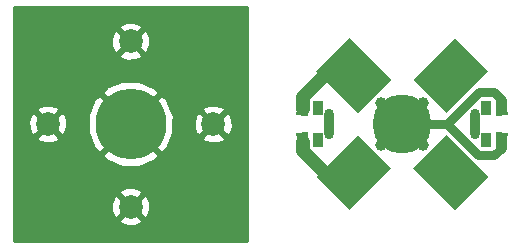
<source format=gbr>
G04 #@! TF.FileFunction,Copper,L2,Bot,Signal*
%FSLAX46Y46*%
G04 Gerber Fmt 4.6, Leading zero omitted, Abs format (unit mm)*
G04 Created by KiCad (PCBNEW 4.0.5+dfsg1-4) date Mon Mar 11 19:24:06 2019*
%MOMM*%
%LPD*%
G01*
G04 APERTURE LIST*
%ADD10C,0.100000*%
%ADD11C,1.000000*%
%ADD12C,5.000000*%
%ADD13O,0.800000X2.600000*%
%ADD14C,0.900000*%
%ADD15C,2.000000*%
%ADD16R,0.900000X1.300000*%
%ADD17C,6.000000*%
%ADD18C,3.000000*%
%ADD19C,0.600000*%
%ADD20C,1.200000*%
%ADD21C,0.800000*%
%ADD22C,0.254000*%
G04 APERTURE END LIST*
D10*
D11*
X55370711Y-21649390D03*
X57350610Y-23629289D03*
X54858058Y-26157196D03*
D10*
G36*
X51923565Y-24248007D02*
X55459099Y-20712473D01*
X58287527Y-23540901D01*
X54751993Y-27076435D01*
X51923565Y-24248007D01*
X51923565Y-24248007D01*
G37*
D11*
X52842804Y-24141942D03*
X52800000Y-29800000D03*
X49200000Y-29800000D03*
X49200000Y-26200000D03*
D12*
X51000000Y-28000000D03*
D11*
X52800000Y-26200000D03*
D13*
X57200000Y-28000000D03*
X44800000Y-28000000D03*
D10*
G36*
X59994467Y-27221228D02*
X58949301Y-27321866D01*
X58954842Y-25814395D01*
X59701389Y-25742511D01*
X59994467Y-27221228D01*
X59994467Y-27221228D01*
G37*
D14*
X59400000Y-26525000D03*
D15*
X21000000Y-28000000D03*
X28000000Y-21000000D03*
X28000000Y-35000000D03*
X35000000Y-28000000D03*
D10*
G36*
X58949301Y-28653134D02*
X59994467Y-28753772D01*
X59701389Y-30232489D01*
X58954842Y-30160605D01*
X58949301Y-28653134D01*
X58949301Y-28653134D01*
G37*
D14*
X59400000Y-29450000D03*
D10*
G36*
X42005533Y-28778772D02*
X43050699Y-28678134D01*
X43045158Y-30185605D01*
X42298611Y-30257489D01*
X42005533Y-28778772D01*
X42005533Y-28778772D01*
G37*
D14*
X42600000Y-29475000D03*
D10*
G36*
X43050699Y-27321866D02*
X42005533Y-27221228D01*
X42298611Y-25742511D01*
X43045158Y-25814395D01*
X43050699Y-27321866D01*
X43050699Y-27321866D01*
G37*
D14*
X42600000Y-26525000D03*
D16*
X58100000Y-26650000D03*
D14*
X58100000Y-26650000D03*
D16*
X58100000Y-29350000D03*
D14*
X58100000Y-29350000D03*
D16*
X43900000Y-26650000D03*
D14*
X43900000Y-26650000D03*
D16*
X43900000Y-29350000D03*
D14*
X43900000Y-29350000D03*
D11*
X44649390Y-23629289D03*
X46629289Y-21649390D03*
X49157196Y-24141942D03*
D10*
G36*
X47248007Y-27076435D02*
X43712473Y-23540901D01*
X46540901Y-20712473D01*
X50076435Y-24248007D01*
X47248007Y-27076435D01*
X47248007Y-27076435D01*
G37*
D11*
X47141942Y-26157196D03*
X57350610Y-32370711D03*
X55370711Y-34350610D03*
X52842804Y-31858058D03*
D10*
G36*
X54751993Y-28923565D02*
X58287527Y-32459099D01*
X55459099Y-35287527D01*
X51923565Y-31751993D01*
X54751993Y-28923565D01*
X54751993Y-28923565D01*
G37*
D11*
X54858058Y-29842804D03*
X46629289Y-34350610D03*
X44649390Y-32370711D03*
X47141942Y-29842804D03*
D10*
G36*
X50076435Y-31751993D02*
X46540901Y-35287527D01*
X43712473Y-32459099D01*
X47248007Y-28923565D01*
X50076435Y-31751993D01*
X50076435Y-31751993D01*
G37*
D11*
X49157196Y-31858058D03*
D17*
X28000000Y-28000000D03*
D18*
X28000000Y-28000000D03*
D19*
X34700000Y-34700000D03*
X21300000Y-21300000D03*
X28000000Y-37500000D03*
X21200000Y-34650000D03*
X34700000Y-21300000D03*
X18500000Y-28000000D03*
X37500000Y-28000000D03*
X28000000Y-18500000D03*
D20*
X44374390Y-23900610D02*
X42575000Y-25700000D01*
X42575000Y-25700000D02*
X42575000Y-26725000D01*
X44349390Y-32074390D02*
X42600000Y-30325000D01*
X42600000Y-30325000D02*
X42600000Y-29500000D01*
D21*
X52800000Y-29800000D02*
X51000000Y-28000000D01*
X49200000Y-29800000D02*
X51000000Y-28000000D01*
X49200000Y-26200000D02*
X51000000Y-28000000D01*
X52800000Y-26200000D02*
X51000000Y-28000000D01*
X51000000Y-28000000D02*
X54800000Y-28000000D01*
X54800000Y-28000000D02*
X57500000Y-25300000D01*
X58750000Y-25300000D02*
X59425000Y-25975000D01*
X57500000Y-25300000D02*
X58750000Y-25300000D01*
X59425000Y-25975000D02*
X59425000Y-26750000D01*
X54800000Y-28000000D02*
X57425000Y-30625000D01*
X58800000Y-30625000D02*
X59425000Y-30000000D01*
X57425000Y-30625000D02*
X58800000Y-30625000D01*
X59425000Y-30000000D02*
X59425000Y-29250000D01*
D22*
G36*
X37873000Y-37873000D02*
X18127000Y-37873000D01*
X18127000Y-36152532D01*
X27027073Y-36152532D01*
X27125736Y-36419387D01*
X27735461Y-36645908D01*
X28385460Y-36621856D01*
X28874264Y-36419387D01*
X28972927Y-36152532D01*
X28000000Y-35179605D01*
X27027073Y-36152532D01*
X18127000Y-36152532D01*
X18127000Y-34735461D01*
X26354092Y-34735461D01*
X26378144Y-35385460D01*
X26580613Y-35874264D01*
X26847468Y-35972927D01*
X27820395Y-35000000D01*
X28179605Y-35000000D01*
X29152532Y-35972927D01*
X29419387Y-35874264D01*
X29645908Y-35264539D01*
X29621856Y-34614540D01*
X29419387Y-34125736D01*
X29152532Y-34027073D01*
X28179605Y-35000000D01*
X27820395Y-35000000D01*
X26847468Y-34027073D01*
X26580613Y-34125736D01*
X26354092Y-34735461D01*
X18127000Y-34735461D01*
X18127000Y-33847468D01*
X27027073Y-33847468D01*
X28000000Y-34820395D01*
X28972927Y-33847468D01*
X28874264Y-33580613D01*
X28264539Y-33354092D01*
X27614540Y-33378144D01*
X27125736Y-33580613D01*
X27027073Y-33847468D01*
X18127000Y-33847468D01*
X18127000Y-29152532D01*
X20027073Y-29152532D01*
X20125736Y-29419387D01*
X20735461Y-29645908D01*
X21385460Y-29621856D01*
X21874264Y-29419387D01*
X21972927Y-29152532D01*
X21000000Y-28179605D01*
X20027073Y-29152532D01*
X18127000Y-29152532D01*
X18127000Y-27735461D01*
X19354092Y-27735461D01*
X19378144Y-28385460D01*
X19580613Y-28874264D01*
X19847468Y-28972927D01*
X20820395Y-28000000D01*
X21179605Y-28000000D01*
X22152532Y-28972927D01*
X22419387Y-28874264D01*
X22482317Y-28704875D01*
X24361432Y-28704875D01*
X24908146Y-30043639D01*
X24928723Y-30074434D01*
X25403370Y-30417025D01*
X26400603Y-29419792D01*
X26580051Y-29599554D01*
X25582975Y-30596630D01*
X25925566Y-31071277D01*
X27258800Y-31631342D01*
X28704875Y-31638568D01*
X30043639Y-31091854D01*
X30074434Y-31071277D01*
X30417025Y-30596630D01*
X29419792Y-29599397D01*
X29599554Y-29419949D01*
X30596630Y-30417025D01*
X31071277Y-30074434D01*
X31458549Y-29152532D01*
X34027073Y-29152532D01*
X34125736Y-29419387D01*
X34735461Y-29645908D01*
X35385460Y-29621856D01*
X35874264Y-29419387D01*
X35972927Y-29152532D01*
X35000000Y-28179605D01*
X34027073Y-29152532D01*
X31458549Y-29152532D01*
X31631342Y-28741200D01*
X31636367Y-27735461D01*
X33354092Y-27735461D01*
X33378144Y-28385460D01*
X33580613Y-28874264D01*
X33847468Y-28972927D01*
X34820395Y-28000000D01*
X35179605Y-28000000D01*
X36152532Y-28972927D01*
X36419387Y-28874264D01*
X36645908Y-28264539D01*
X36621856Y-27614540D01*
X36419387Y-27125736D01*
X36152532Y-27027073D01*
X35179605Y-28000000D01*
X34820395Y-28000000D01*
X33847468Y-27027073D01*
X33580613Y-27125736D01*
X33354092Y-27735461D01*
X31636367Y-27735461D01*
X31638568Y-27295125D01*
X31455758Y-26847468D01*
X34027073Y-26847468D01*
X35000000Y-27820395D01*
X35972927Y-26847468D01*
X35874264Y-26580613D01*
X35264539Y-26354092D01*
X34614540Y-26378144D01*
X34125736Y-26580613D01*
X34027073Y-26847468D01*
X31455758Y-26847468D01*
X31091854Y-25956361D01*
X31071277Y-25925566D01*
X30596630Y-25582975D01*
X29599397Y-26580208D01*
X29419949Y-26400446D01*
X30417025Y-25403370D01*
X30074434Y-24928723D01*
X28741200Y-24368658D01*
X27295125Y-24361432D01*
X25956361Y-24908146D01*
X25925566Y-24928723D01*
X25582975Y-25403370D01*
X26580208Y-26400603D01*
X26400446Y-26580051D01*
X25403370Y-25582975D01*
X24928723Y-25925566D01*
X24368658Y-27258800D01*
X24361432Y-28704875D01*
X22482317Y-28704875D01*
X22645908Y-28264539D01*
X22621856Y-27614540D01*
X22419387Y-27125736D01*
X22152532Y-27027073D01*
X21179605Y-28000000D01*
X20820395Y-28000000D01*
X19847468Y-27027073D01*
X19580613Y-27125736D01*
X19354092Y-27735461D01*
X18127000Y-27735461D01*
X18127000Y-26847468D01*
X20027073Y-26847468D01*
X21000000Y-27820395D01*
X21972927Y-26847468D01*
X21874264Y-26580613D01*
X21264539Y-26354092D01*
X20614540Y-26378144D01*
X20125736Y-26580613D01*
X20027073Y-26847468D01*
X18127000Y-26847468D01*
X18127000Y-22152532D01*
X27027073Y-22152532D01*
X27125736Y-22419387D01*
X27735461Y-22645908D01*
X28385460Y-22621856D01*
X28874264Y-22419387D01*
X28972927Y-22152532D01*
X28000000Y-21179605D01*
X27027073Y-22152532D01*
X18127000Y-22152532D01*
X18127000Y-20735461D01*
X26354092Y-20735461D01*
X26378144Y-21385460D01*
X26580613Y-21874264D01*
X26847468Y-21972927D01*
X27820395Y-21000000D01*
X28179605Y-21000000D01*
X29152532Y-21972927D01*
X29419387Y-21874264D01*
X29645908Y-21264539D01*
X29621856Y-20614540D01*
X29419387Y-20125736D01*
X29152532Y-20027073D01*
X28179605Y-21000000D01*
X27820395Y-21000000D01*
X26847468Y-20027073D01*
X26580613Y-20125736D01*
X26354092Y-20735461D01*
X18127000Y-20735461D01*
X18127000Y-19847468D01*
X27027073Y-19847468D01*
X28000000Y-20820395D01*
X28972927Y-19847468D01*
X28874264Y-19580613D01*
X28264539Y-19354092D01*
X27614540Y-19378144D01*
X27125736Y-19580613D01*
X27027073Y-19847468D01*
X18127000Y-19847468D01*
X18127000Y-18127000D01*
X37873000Y-18127000D01*
X37873000Y-37873000D01*
X37873000Y-37873000D01*
G37*
X37873000Y-37873000D02*
X18127000Y-37873000D01*
X18127000Y-36152532D01*
X27027073Y-36152532D01*
X27125736Y-36419387D01*
X27735461Y-36645908D01*
X28385460Y-36621856D01*
X28874264Y-36419387D01*
X28972927Y-36152532D01*
X28000000Y-35179605D01*
X27027073Y-36152532D01*
X18127000Y-36152532D01*
X18127000Y-34735461D01*
X26354092Y-34735461D01*
X26378144Y-35385460D01*
X26580613Y-35874264D01*
X26847468Y-35972927D01*
X27820395Y-35000000D01*
X28179605Y-35000000D01*
X29152532Y-35972927D01*
X29419387Y-35874264D01*
X29645908Y-35264539D01*
X29621856Y-34614540D01*
X29419387Y-34125736D01*
X29152532Y-34027073D01*
X28179605Y-35000000D01*
X27820395Y-35000000D01*
X26847468Y-34027073D01*
X26580613Y-34125736D01*
X26354092Y-34735461D01*
X18127000Y-34735461D01*
X18127000Y-33847468D01*
X27027073Y-33847468D01*
X28000000Y-34820395D01*
X28972927Y-33847468D01*
X28874264Y-33580613D01*
X28264539Y-33354092D01*
X27614540Y-33378144D01*
X27125736Y-33580613D01*
X27027073Y-33847468D01*
X18127000Y-33847468D01*
X18127000Y-29152532D01*
X20027073Y-29152532D01*
X20125736Y-29419387D01*
X20735461Y-29645908D01*
X21385460Y-29621856D01*
X21874264Y-29419387D01*
X21972927Y-29152532D01*
X21000000Y-28179605D01*
X20027073Y-29152532D01*
X18127000Y-29152532D01*
X18127000Y-27735461D01*
X19354092Y-27735461D01*
X19378144Y-28385460D01*
X19580613Y-28874264D01*
X19847468Y-28972927D01*
X20820395Y-28000000D01*
X21179605Y-28000000D01*
X22152532Y-28972927D01*
X22419387Y-28874264D01*
X22482317Y-28704875D01*
X24361432Y-28704875D01*
X24908146Y-30043639D01*
X24928723Y-30074434D01*
X25403370Y-30417025D01*
X26400603Y-29419792D01*
X26580051Y-29599554D01*
X25582975Y-30596630D01*
X25925566Y-31071277D01*
X27258800Y-31631342D01*
X28704875Y-31638568D01*
X30043639Y-31091854D01*
X30074434Y-31071277D01*
X30417025Y-30596630D01*
X29419792Y-29599397D01*
X29599554Y-29419949D01*
X30596630Y-30417025D01*
X31071277Y-30074434D01*
X31458549Y-29152532D01*
X34027073Y-29152532D01*
X34125736Y-29419387D01*
X34735461Y-29645908D01*
X35385460Y-29621856D01*
X35874264Y-29419387D01*
X35972927Y-29152532D01*
X35000000Y-28179605D01*
X34027073Y-29152532D01*
X31458549Y-29152532D01*
X31631342Y-28741200D01*
X31636367Y-27735461D01*
X33354092Y-27735461D01*
X33378144Y-28385460D01*
X33580613Y-28874264D01*
X33847468Y-28972927D01*
X34820395Y-28000000D01*
X35179605Y-28000000D01*
X36152532Y-28972927D01*
X36419387Y-28874264D01*
X36645908Y-28264539D01*
X36621856Y-27614540D01*
X36419387Y-27125736D01*
X36152532Y-27027073D01*
X35179605Y-28000000D01*
X34820395Y-28000000D01*
X33847468Y-27027073D01*
X33580613Y-27125736D01*
X33354092Y-27735461D01*
X31636367Y-27735461D01*
X31638568Y-27295125D01*
X31455758Y-26847468D01*
X34027073Y-26847468D01*
X35000000Y-27820395D01*
X35972927Y-26847468D01*
X35874264Y-26580613D01*
X35264539Y-26354092D01*
X34614540Y-26378144D01*
X34125736Y-26580613D01*
X34027073Y-26847468D01*
X31455758Y-26847468D01*
X31091854Y-25956361D01*
X31071277Y-25925566D01*
X30596630Y-25582975D01*
X29599397Y-26580208D01*
X29419949Y-26400446D01*
X30417025Y-25403370D01*
X30074434Y-24928723D01*
X28741200Y-24368658D01*
X27295125Y-24361432D01*
X25956361Y-24908146D01*
X25925566Y-24928723D01*
X25582975Y-25403370D01*
X26580208Y-26400603D01*
X26400446Y-26580051D01*
X25403370Y-25582975D01*
X24928723Y-25925566D01*
X24368658Y-27258800D01*
X24361432Y-28704875D01*
X22482317Y-28704875D01*
X22645908Y-28264539D01*
X22621856Y-27614540D01*
X22419387Y-27125736D01*
X22152532Y-27027073D01*
X21179605Y-28000000D01*
X20820395Y-28000000D01*
X19847468Y-27027073D01*
X19580613Y-27125736D01*
X19354092Y-27735461D01*
X18127000Y-27735461D01*
X18127000Y-26847468D01*
X20027073Y-26847468D01*
X21000000Y-27820395D01*
X21972927Y-26847468D01*
X21874264Y-26580613D01*
X21264539Y-26354092D01*
X20614540Y-26378144D01*
X20125736Y-26580613D01*
X20027073Y-26847468D01*
X18127000Y-26847468D01*
X18127000Y-22152532D01*
X27027073Y-22152532D01*
X27125736Y-22419387D01*
X27735461Y-22645908D01*
X28385460Y-22621856D01*
X28874264Y-22419387D01*
X28972927Y-22152532D01*
X28000000Y-21179605D01*
X27027073Y-22152532D01*
X18127000Y-22152532D01*
X18127000Y-20735461D01*
X26354092Y-20735461D01*
X26378144Y-21385460D01*
X26580613Y-21874264D01*
X26847468Y-21972927D01*
X27820395Y-21000000D01*
X28179605Y-21000000D01*
X29152532Y-21972927D01*
X29419387Y-21874264D01*
X29645908Y-21264539D01*
X29621856Y-20614540D01*
X29419387Y-20125736D01*
X29152532Y-20027073D01*
X28179605Y-21000000D01*
X27820395Y-21000000D01*
X26847468Y-20027073D01*
X26580613Y-20125736D01*
X26354092Y-20735461D01*
X18127000Y-20735461D01*
X18127000Y-19847468D01*
X27027073Y-19847468D01*
X28000000Y-20820395D01*
X28972927Y-19847468D01*
X28874264Y-19580613D01*
X28264539Y-19354092D01*
X27614540Y-19378144D01*
X27125736Y-19580613D01*
X27027073Y-19847468D01*
X18127000Y-19847468D01*
X18127000Y-18127000D01*
X37873000Y-18127000D01*
X37873000Y-37873000D01*
M02*

</source>
